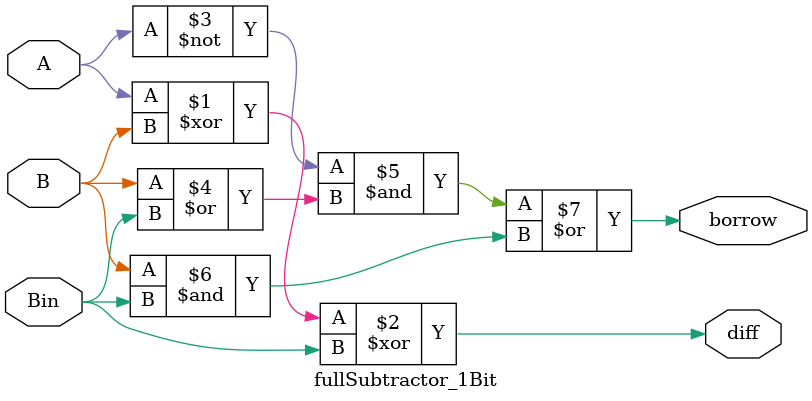
<source format=sv>
module fullSubtractor_1Bit(diff,borrow,A,B,Bin);
  // input decleration
  input A,B,Bin;
  
  // output decleration
  output diff,borrow;
  
  assign diff = A^B^Bin;
  assign borrow = (~A)&(B|Bin)|(B&Bin);
  
endmodule
</source>
